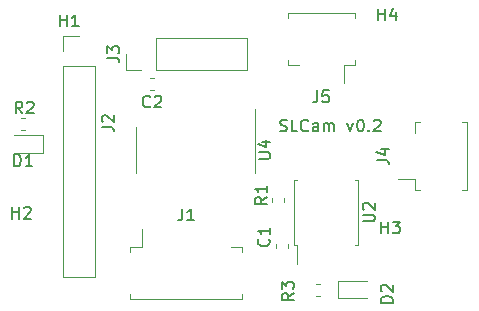
<source format=gbr>
%TF.GenerationSoftware,KiCad,Pcbnew,6.0.11+dfsg-1~bpo11+1*%
%TF.CreationDate,2023-04-29T04:06:51+00:00*%
%TF.ProjectId,slcam,736c6361-6d2e-46b6-9963-61645f706362,v0.2*%
%TF.SameCoordinates,Original*%
%TF.FileFunction,Legend,Top*%
%TF.FilePolarity,Positive*%
%FSLAX46Y46*%
G04 Gerber Fmt 4.6, Leading zero omitted, Abs format (unit mm)*
G04 Created by KiCad (PCBNEW 6.0.11+dfsg-1~bpo11+1) date 2023-04-29 04:06:51*
%MOMM*%
%LPD*%
G01*
G04 APERTURE LIST*
%ADD10C,0.150000*%
%ADD11C,0.120000*%
G04 APERTURE END LIST*
D10*
X222814095Y-60348761D02*
X222956952Y-60396380D01*
X223195047Y-60396380D01*
X223290285Y-60348761D01*
X223337904Y-60301142D01*
X223385523Y-60205904D01*
X223385523Y-60110666D01*
X223337904Y-60015428D01*
X223290285Y-59967809D01*
X223195047Y-59920190D01*
X223004571Y-59872571D01*
X222909333Y-59824952D01*
X222861714Y-59777333D01*
X222814095Y-59682095D01*
X222814095Y-59586857D01*
X222861714Y-59491619D01*
X222909333Y-59444000D01*
X223004571Y-59396380D01*
X223242666Y-59396380D01*
X223385523Y-59444000D01*
X224290285Y-60396380D02*
X223814095Y-60396380D01*
X223814095Y-59396380D01*
X225195047Y-60301142D02*
X225147428Y-60348761D01*
X225004571Y-60396380D01*
X224909333Y-60396380D01*
X224766476Y-60348761D01*
X224671238Y-60253523D01*
X224623619Y-60158285D01*
X224576000Y-59967809D01*
X224576000Y-59824952D01*
X224623619Y-59634476D01*
X224671238Y-59539238D01*
X224766476Y-59444000D01*
X224909333Y-59396380D01*
X225004571Y-59396380D01*
X225147428Y-59444000D01*
X225195047Y-59491619D01*
X226052190Y-60396380D02*
X226052190Y-59872571D01*
X226004571Y-59777333D01*
X225909333Y-59729714D01*
X225718857Y-59729714D01*
X225623619Y-59777333D01*
X226052190Y-60348761D02*
X225956952Y-60396380D01*
X225718857Y-60396380D01*
X225623619Y-60348761D01*
X225576000Y-60253523D01*
X225576000Y-60158285D01*
X225623619Y-60063047D01*
X225718857Y-60015428D01*
X225956952Y-60015428D01*
X226052190Y-59967809D01*
X226528380Y-60396380D02*
X226528380Y-59729714D01*
X226528380Y-59824952D02*
X226576000Y-59777333D01*
X226671238Y-59729714D01*
X226814095Y-59729714D01*
X226909333Y-59777333D01*
X226956952Y-59872571D01*
X226956952Y-60396380D01*
X226956952Y-59872571D02*
X227004571Y-59777333D01*
X227099809Y-59729714D01*
X227242666Y-59729714D01*
X227337904Y-59777333D01*
X227385523Y-59872571D01*
X227385523Y-60396380D01*
X228528380Y-59729714D02*
X228766476Y-60396380D01*
X229004571Y-59729714D01*
X229576000Y-59396380D02*
X229671238Y-59396380D01*
X229766476Y-59444000D01*
X229814095Y-59491619D01*
X229861714Y-59586857D01*
X229909333Y-59777333D01*
X229909333Y-60015428D01*
X229861714Y-60205904D01*
X229814095Y-60301142D01*
X229766476Y-60348761D01*
X229671238Y-60396380D01*
X229576000Y-60396380D01*
X229480761Y-60348761D01*
X229433142Y-60301142D01*
X229385523Y-60205904D01*
X229337904Y-60015428D01*
X229337904Y-59777333D01*
X229385523Y-59586857D01*
X229433142Y-59491619D01*
X229480761Y-59444000D01*
X229576000Y-59396380D01*
X230337904Y-60301142D02*
X230385523Y-60348761D01*
X230337904Y-60396380D01*
X230290285Y-60348761D01*
X230337904Y-60301142D01*
X230337904Y-60396380D01*
X230766476Y-59491619D02*
X230814095Y-59444000D01*
X230909333Y-59396380D01*
X231147428Y-59396380D01*
X231242666Y-59444000D01*
X231290285Y-59491619D01*
X231337904Y-59586857D01*
X231337904Y-59682095D01*
X231290285Y-59824952D01*
X230718857Y-60396380D01*
X231337904Y-60396380D01*
%TO.C,J2*%
X207732380Y-60023333D02*
X208446666Y-60023333D01*
X208589523Y-60070952D01*
X208684761Y-60166190D01*
X208732380Y-60309047D01*
X208732380Y-60404285D01*
X207827619Y-59594761D02*
X207780000Y-59547142D01*
X207732380Y-59451904D01*
X207732380Y-59213809D01*
X207780000Y-59118571D01*
X207827619Y-59070952D01*
X207922857Y-59023333D01*
X208018095Y-59023333D01*
X208160952Y-59070952D01*
X208732380Y-59642380D01*
X208732380Y-59023333D01*
%TO.C,U2*%
X229830380Y-68027904D02*
X230639904Y-68027904D01*
X230735142Y-67980285D01*
X230782761Y-67932666D01*
X230830380Y-67837428D01*
X230830380Y-67646952D01*
X230782761Y-67551714D01*
X230735142Y-67504095D01*
X230639904Y-67456476D01*
X229830380Y-67456476D01*
X229925619Y-67027904D02*
X229878000Y-66980285D01*
X229830380Y-66885047D01*
X229830380Y-66646952D01*
X229878000Y-66551714D01*
X229925619Y-66504095D01*
X230020857Y-66456476D01*
X230116095Y-66456476D01*
X230258952Y-66504095D01*
X230830380Y-67075523D01*
X230830380Y-66456476D01*
%TO.C,U4*%
X220998380Y-62737904D02*
X221807904Y-62737904D01*
X221903142Y-62690285D01*
X221950761Y-62642666D01*
X221998380Y-62547428D01*
X221998380Y-62356952D01*
X221950761Y-62261714D01*
X221903142Y-62214095D01*
X221807904Y-62166476D01*
X220998380Y-62166476D01*
X221331714Y-61261714D02*
X221998380Y-61261714D01*
X220950761Y-61499809D02*
X221665047Y-61737904D01*
X221665047Y-61118857D01*
%TO.C,J3*%
X208196380Y-54181333D02*
X208910666Y-54181333D01*
X209053523Y-54228952D01*
X209148761Y-54324190D01*
X209196380Y-54467047D01*
X209196380Y-54562285D01*
X208196380Y-53800380D02*
X208196380Y-53181333D01*
X208577333Y-53514666D01*
X208577333Y-53371809D01*
X208624952Y-53276571D01*
X208672571Y-53228952D01*
X208767809Y-53181333D01*
X209005904Y-53181333D01*
X209101142Y-53228952D01*
X209148761Y-53276571D01*
X209196380Y-53371809D01*
X209196380Y-53657523D01*
X209148761Y-53752761D01*
X209101142Y-53800380D01*
%TO.C,H1*%
X204216095Y-51506380D02*
X204216095Y-50506380D01*
X204216095Y-50982571D02*
X204787523Y-50982571D01*
X204787523Y-51506380D02*
X204787523Y-50506380D01*
X205787523Y-51506380D02*
X205216095Y-51506380D01*
X205501809Y-51506380D02*
X205501809Y-50506380D01*
X205406571Y-50649238D01*
X205311333Y-50744476D01*
X205216095Y-50792095D01*
%TO.C,H2*%
X200152095Y-67782380D02*
X200152095Y-66782380D01*
X200152095Y-67258571D02*
X200723523Y-67258571D01*
X200723523Y-67782380D02*
X200723523Y-66782380D01*
X201152095Y-66877619D02*
X201199714Y-66830000D01*
X201294952Y-66782380D01*
X201533047Y-66782380D01*
X201628285Y-66830000D01*
X201675904Y-66877619D01*
X201723523Y-66972857D01*
X201723523Y-67068095D01*
X201675904Y-67210952D01*
X201104476Y-67782380D01*
X201723523Y-67782380D01*
%TO.C,H3*%
X231394095Y-69032380D02*
X231394095Y-68032380D01*
X231394095Y-68508571D02*
X231965523Y-68508571D01*
X231965523Y-69032380D02*
X231965523Y-68032380D01*
X232346476Y-68032380D02*
X232965523Y-68032380D01*
X232632190Y-68413333D01*
X232775047Y-68413333D01*
X232870285Y-68460952D01*
X232917904Y-68508571D01*
X232965523Y-68603809D01*
X232965523Y-68841904D01*
X232917904Y-68937142D01*
X232870285Y-68984761D01*
X232775047Y-69032380D01*
X232489333Y-69032380D01*
X232394095Y-68984761D01*
X232346476Y-68937142D01*
%TO.C,H4*%
X231140095Y-50998380D02*
X231140095Y-49998380D01*
X231140095Y-50474571D02*
X231711523Y-50474571D01*
X231711523Y-50998380D02*
X231711523Y-49998380D01*
X232616285Y-50331714D02*
X232616285Y-50998380D01*
X232378190Y-49950761D02*
X232140095Y-50665047D01*
X232759142Y-50665047D01*
%TO.C,C1*%
X221845142Y-69508666D02*
X221892761Y-69556285D01*
X221940380Y-69699142D01*
X221940380Y-69794380D01*
X221892761Y-69937238D01*
X221797523Y-70032476D01*
X221702285Y-70080095D01*
X221511809Y-70127714D01*
X221368952Y-70127714D01*
X221178476Y-70080095D01*
X221083238Y-70032476D01*
X220988000Y-69937238D01*
X220940380Y-69794380D01*
X220940380Y-69699142D01*
X220988000Y-69556285D01*
X221035619Y-69508666D01*
X221940380Y-68556285D02*
X221940380Y-69127714D01*
X221940380Y-68842000D02*
X220940380Y-68842000D01*
X221083238Y-68937238D01*
X221178476Y-69032476D01*
X221226095Y-69127714D01*
%TO.C,D1*%
X200316904Y-63350380D02*
X200316904Y-62350380D01*
X200555000Y-62350380D01*
X200697857Y-62398000D01*
X200793095Y-62493238D01*
X200840714Y-62588476D01*
X200888333Y-62778952D01*
X200888333Y-62921809D01*
X200840714Y-63112285D01*
X200793095Y-63207523D01*
X200697857Y-63302761D01*
X200555000Y-63350380D01*
X200316904Y-63350380D01*
X201840714Y-63350380D02*
X201269285Y-63350380D01*
X201555000Y-63350380D02*
X201555000Y-62350380D01*
X201459761Y-62493238D01*
X201364523Y-62588476D01*
X201269285Y-62636095D01*
%TO.C,J1*%
X214550666Y-66934380D02*
X214550666Y-67648666D01*
X214503047Y-67791523D01*
X214407809Y-67886761D01*
X214264952Y-67934380D01*
X214169714Y-67934380D01*
X215550666Y-67934380D02*
X214979238Y-67934380D01*
X215264952Y-67934380D02*
X215264952Y-66934380D01*
X215169714Y-67077238D01*
X215074476Y-67172476D01*
X214979238Y-67220095D01*
%TO.C,J4*%
X231018380Y-62817333D02*
X231732666Y-62817333D01*
X231875523Y-62864952D01*
X231970761Y-62960190D01*
X232018380Y-63103047D01*
X232018380Y-63198285D01*
X231351714Y-61912571D02*
X232018380Y-61912571D01*
X230970761Y-62150666D02*
X231685047Y-62388761D01*
X231685047Y-61769714D01*
%TO.C,R1*%
X221686380Y-65952666D02*
X221210190Y-66286000D01*
X221686380Y-66524095D02*
X220686380Y-66524095D01*
X220686380Y-66143142D01*
X220734000Y-66047904D01*
X220781619Y-66000285D01*
X220876857Y-65952666D01*
X221019714Y-65952666D01*
X221114952Y-66000285D01*
X221162571Y-66047904D01*
X221210190Y-66143142D01*
X221210190Y-66524095D01*
X221686380Y-65000285D02*
X221686380Y-65571714D01*
X221686380Y-65286000D02*
X220686380Y-65286000D01*
X220829238Y-65381238D01*
X220924476Y-65476476D01*
X220972095Y-65571714D01*
%TO.C,R2*%
X201001333Y-58872380D02*
X200668000Y-58396190D01*
X200429904Y-58872380D02*
X200429904Y-57872380D01*
X200810857Y-57872380D01*
X200906095Y-57920000D01*
X200953714Y-57967619D01*
X201001333Y-58062857D01*
X201001333Y-58205714D01*
X200953714Y-58300952D01*
X200906095Y-58348571D01*
X200810857Y-58396190D01*
X200429904Y-58396190D01*
X201382285Y-57967619D02*
X201429904Y-57920000D01*
X201525142Y-57872380D01*
X201763238Y-57872380D01*
X201858476Y-57920000D01*
X201906095Y-57967619D01*
X201953714Y-58062857D01*
X201953714Y-58158095D01*
X201906095Y-58300952D01*
X201334666Y-58872380D01*
X201953714Y-58872380D01*
%TO.C,R3*%
X223972380Y-74080666D02*
X223496190Y-74414000D01*
X223972380Y-74652095D02*
X222972380Y-74652095D01*
X222972380Y-74271142D01*
X223020000Y-74175904D01*
X223067619Y-74128285D01*
X223162857Y-74080666D01*
X223305714Y-74080666D01*
X223400952Y-74128285D01*
X223448571Y-74175904D01*
X223496190Y-74271142D01*
X223496190Y-74652095D01*
X222972380Y-73747333D02*
X222972380Y-73128285D01*
X223353333Y-73461619D01*
X223353333Y-73318761D01*
X223400952Y-73223523D01*
X223448571Y-73175904D01*
X223543809Y-73128285D01*
X223781904Y-73128285D01*
X223877142Y-73175904D01*
X223924761Y-73223523D01*
X223972380Y-73318761D01*
X223972380Y-73604476D01*
X223924761Y-73699714D01*
X223877142Y-73747333D01*
%TO.C,J5*%
X225980666Y-56938380D02*
X225980666Y-57652666D01*
X225933047Y-57795523D01*
X225837809Y-57890761D01*
X225694952Y-57938380D01*
X225599714Y-57938380D01*
X226933047Y-56938380D02*
X226456857Y-56938380D01*
X226409238Y-57414571D01*
X226456857Y-57366952D01*
X226552095Y-57319333D01*
X226790190Y-57319333D01*
X226885428Y-57366952D01*
X226933047Y-57414571D01*
X226980666Y-57509809D01*
X226980666Y-57747904D01*
X226933047Y-57843142D01*
X226885428Y-57890761D01*
X226790190Y-57938380D01*
X226552095Y-57938380D01*
X226456857Y-57890761D01*
X226409238Y-57843142D01*
%TO.C,C2*%
X211821733Y-58269142D02*
X211774114Y-58316761D01*
X211631257Y-58364380D01*
X211536019Y-58364380D01*
X211393161Y-58316761D01*
X211297923Y-58221523D01*
X211250304Y-58126285D01*
X211202685Y-57935809D01*
X211202685Y-57792952D01*
X211250304Y-57602476D01*
X211297923Y-57507238D01*
X211393161Y-57412000D01*
X211536019Y-57364380D01*
X211631257Y-57364380D01*
X211774114Y-57412000D01*
X211821733Y-57459619D01*
X212202685Y-57459619D02*
X212250304Y-57412000D01*
X212345542Y-57364380D01*
X212583638Y-57364380D01*
X212678876Y-57412000D01*
X212726495Y-57459619D01*
X212774114Y-57554857D01*
X212774114Y-57650095D01*
X212726495Y-57792952D01*
X212155066Y-58364380D01*
X212774114Y-58364380D01*
%TO.C,D2*%
X232354380Y-74906095D02*
X231354380Y-74906095D01*
X231354380Y-74668000D01*
X231402000Y-74525142D01*
X231497238Y-74429904D01*
X231592476Y-74382285D01*
X231782952Y-74334666D01*
X231925809Y-74334666D01*
X232116285Y-74382285D01*
X232211523Y-74429904D01*
X232306761Y-74525142D01*
X232354380Y-74668000D01*
X232354380Y-74906095D01*
X231449619Y-73953714D02*
X231402000Y-73906095D01*
X231354380Y-73810857D01*
X231354380Y-73572761D01*
X231402000Y-73477523D01*
X231449619Y-73429904D01*
X231544857Y-73382285D01*
X231640095Y-73382285D01*
X231782952Y-73429904D01*
X232354380Y-74001333D01*
X232354380Y-73382285D01*
D11*
%TO.C,J2*%
X204460000Y-52290000D02*
X205790000Y-52290000D01*
X204460000Y-72730000D02*
X207120000Y-72730000D01*
X204460000Y-53620000D02*
X204460000Y-52290000D01*
X204460000Y-54890000D02*
X207120000Y-54890000D01*
X207120000Y-54890000D02*
X207120000Y-72730000D01*
X204460000Y-54890000D02*
X204460000Y-72730000D01*
%TO.C,U2*%
X229420000Y-67266000D02*
X229420000Y-69991000D01*
X223970000Y-69991000D02*
X224230000Y-69991000D01*
X229420000Y-67266000D02*
X229420000Y-64541000D01*
X224230000Y-69991000D02*
X224230000Y-71666000D01*
X229420000Y-69991000D02*
X229160000Y-69991000D01*
X229420000Y-64541000D02*
X229160000Y-64541000D01*
X223970000Y-67266000D02*
X223970000Y-64541000D01*
X223970000Y-64541000D02*
X224230000Y-64541000D01*
X223970000Y-67266000D02*
X223970000Y-69991000D01*
%TO.C,U4*%
X220706000Y-61976000D02*
X220706000Y-63926000D01*
X210586000Y-61976000D02*
X210586000Y-60026000D01*
X220706000Y-61976000D02*
X220706000Y-58526000D01*
X210586000Y-61976000D02*
X210586000Y-63926000D01*
%TO.C,J3*%
X212344000Y-55178000D02*
X212344000Y-52518000D01*
X212344000Y-52518000D02*
X220024000Y-52518000D01*
X209744000Y-55178000D02*
X209744000Y-53848000D01*
X220024000Y-55178000D02*
X220024000Y-52518000D01*
X211074000Y-55178000D02*
X209744000Y-55178000D01*
X212344000Y-55178000D02*
X220024000Y-55178000D01*
%TO.C,C1*%
X223471200Y-69944133D02*
X223471200Y-70286667D01*
X222451200Y-69944133D02*
X222451200Y-70286667D01*
%TO.C,D1*%
X202715000Y-60733000D02*
X200255000Y-60733000D01*
X202715000Y-62203000D02*
X202715000Y-60733000D01*
X200255000Y-62203000D02*
X202715000Y-62203000D01*
%TO.C,J1*%
X210149000Y-70172000D02*
X211099000Y-70172000D01*
X219619000Y-70172000D02*
X218669000Y-70172000D01*
X210149000Y-74142000D02*
X210149000Y-74592000D01*
X219619000Y-70622000D02*
X219619000Y-70172000D01*
X211099000Y-70172000D02*
X211099000Y-68682000D01*
X210149000Y-74592000D02*
X219619000Y-74592000D01*
X210149000Y-70622000D02*
X210149000Y-70172000D01*
X219619000Y-74592000D02*
X219619000Y-74142000D01*
%TO.C,J4*%
X234256000Y-59624000D02*
X234256000Y-60574000D01*
X234256000Y-65344000D02*
X234256000Y-64394000D01*
X234256000Y-64394000D02*
X232766000Y-64394000D01*
X234706000Y-59624000D02*
X234256000Y-59624000D01*
X238676000Y-65344000D02*
X238676000Y-59624000D01*
X238226000Y-65344000D02*
X238676000Y-65344000D01*
X234706000Y-65344000D02*
X234256000Y-65344000D01*
X238676000Y-59624000D02*
X238226000Y-59624000D01*
%TO.C,R1*%
X222146400Y-66060533D02*
X222146400Y-66403067D01*
X223166400Y-66060533D02*
X223166400Y-66403067D01*
%TO.C,R2*%
X201226267Y-60301600D02*
X200883733Y-60301600D01*
X201226267Y-59281600D02*
X200883733Y-59281600D01*
%TO.C,R3*%
X225837933Y-74322400D02*
X226180467Y-74322400D01*
X225837933Y-73302400D02*
X226180467Y-73302400D01*
%TO.C,J5*%
X223454000Y-54796000D02*
X224404000Y-54796000D01*
X229174000Y-54346000D02*
X229174000Y-54796000D01*
X229174000Y-50826000D02*
X229174000Y-50376000D01*
X223454000Y-54346000D02*
X223454000Y-54796000D01*
X229174000Y-54796000D02*
X228224000Y-54796000D01*
X223454000Y-50376000D02*
X223454000Y-50826000D01*
X229174000Y-50376000D02*
X223454000Y-50376000D01*
X228224000Y-54796000D02*
X228224000Y-56286000D01*
%TO.C,C2*%
X211817133Y-56898000D02*
X212159667Y-56898000D01*
X211817133Y-55878000D02*
X212159667Y-55878000D01*
%TO.C,D2*%
X227764200Y-73077400D02*
X227764200Y-74547400D01*
X227764200Y-74547400D02*
X230224200Y-74547400D01*
X230224200Y-73077400D02*
X227764200Y-73077400D01*
%TD*%
M02*

</source>
